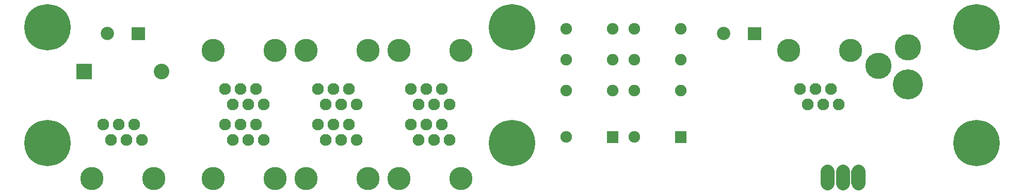
<source format=gbr>
G04 start of page 7 for group -4062 idx -4062 *
G04 Title: (unknown), soldermask *
G04 Creator: pcb 20140316 *
G04 CreationDate: Thu 29 Nov 2018 09:53:53 PM GMT UTC *
G04 For: railfan *
G04 Format: Gerber/RS-274X *
G04 PCB-Dimensions (mil): 6340.00 1470.00 *
G04 PCB-Coordinate-Origin: lower left *
%MOIN*%
%FSLAX25Y25*%
%LNBOTTOMMASK*%
%ADD96C,0.0907*%
%ADD95C,0.0750*%
%ADD94C,0.0900*%
%ADD93C,0.1700*%
%ADD92C,0.1950*%
%ADD91C,0.1010*%
%ADD90C,0.1500*%
%ADD89C,0.0760*%
%ADD88C,0.2997*%
%ADD87C,0.0860*%
%ADD86C,0.0001*%
G54D86*G36*
X71200Y130300D02*Y121700D01*
X79800D01*
Y130300D01*
X71200D01*
G37*
G54D87*X55500Y126000D03*
G54D88*X17000Y130000D03*
G54D89*X53000Y67000D03*
X58000Y57000D03*
X63000Y67000D03*
X68000Y57000D03*
X73000Y67000D03*
G54D88*X17000Y55000D03*
G54D90*X45500Y32000D03*
G54D86*G36*
X35450Y106550D02*Y96450D01*
X45550D01*
Y106550D01*
X35450D01*
G37*
G54D89*X78000Y57000D03*
G54D91*X90500Y101500D03*
G54D90*X85500Y32000D03*
X124000D03*
X164000D03*
X184000D03*
G54D89*X131500Y67000D03*
X136500Y57000D03*
X141500Y67000D03*
X146500Y57000D03*
X151500Y67000D03*
X156500Y57000D03*
Y80000D03*
X146500D03*
X141500Y90000D03*
X136500Y80000D03*
X131500Y90000D03*
G54D90*X124000Y115000D03*
G54D89*X151500Y90000D03*
G54D90*X164000Y115000D03*
X184000D03*
G54D89*X216500Y80000D03*
X211500Y90000D03*
G54D90*X224000Y115000D03*
G54D89*X206500Y80000D03*
X201500Y90000D03*
X196500Y80000D03*
X191500Y90000D03*
Y67000D03*
X196500Y57000D03*
X201500Y67000D03*
X206500Y57000D03*
X216500D03*
G54D90*X224000Y32000D03*
G54D89*X211500Y67000D03*
G54D88*X617000Y130000D03*
Y55000D03*
G54D92*X572500Y93000D03*
G54D93*Y117000D03*
X553500Y105000D03*
G54D90*X535500Y115000D03*
G54D94*X520500Y33000D03*
X530500D03*
G54D86*G36*
X536000Y37500D02*Y28500D01*
X545000D01*
Y37500D01*
X536000D01*
G37*
G54D89*X528000Y80000D03*
X523000Y90000D03*
X513000D03*
X503000D03*
G54D95*X426000Y89000D03*
G54D89*X518000Y80000D03*
X508000D03*
G54D86*G36*
X422250Y62750D02*Y55250D01*
X429750D01*
Y62750D01*
X422250D01*
G37*
G54D90*X495500Y115000D03*
G54D86*G36*
X469200Y130300D02*Y121700D01*
X477800D01*
Y130300D01*
X469200D01*
G37*
G54D87*X453500Y126000D03*
G54D95*X426000Y109000D03*
Y129000D03*
X396000D03*
Y109000D03*
X382000D03*
Y129000D03*
X396000Y89000D03*
Y59000D03*
G54D86*G36*
X378250Y62750D02*Y55250D01*
X385750D01*
Y62750D01*
X378250D01*
G37*
G54D95*X382000Y89000D03*
X352000Y109000D03*
Y129000D03*
G54D88*X317000Y130000D03*
G54D90*X284000Y115000D03*
G54D95*X352000Y89000D03*
Y59000D03*
G54D88*X317000Y55000D03*
G54D89*X276500Y80000D03*
X271500Y90000D03*
X266500Y80000D03*
X261500Y90000D03*
X256500Y80000D03*
X251500Y90000D03*
G54D90*X244000Y115000D03*
Y32000D03*
G54D89*X251500Y67000D03*
X261500D03*
X271500D03*
X256500Y57000D03*
X266500D03*
X276500D03*
G54D90*X284000Y32000D03*
G54D96*X530500Y36937D02*Y29063D01*
X540500Y36937D02*Y29063D01*
X520500Y36937D02*Y29063D01*
M02*

</source>
